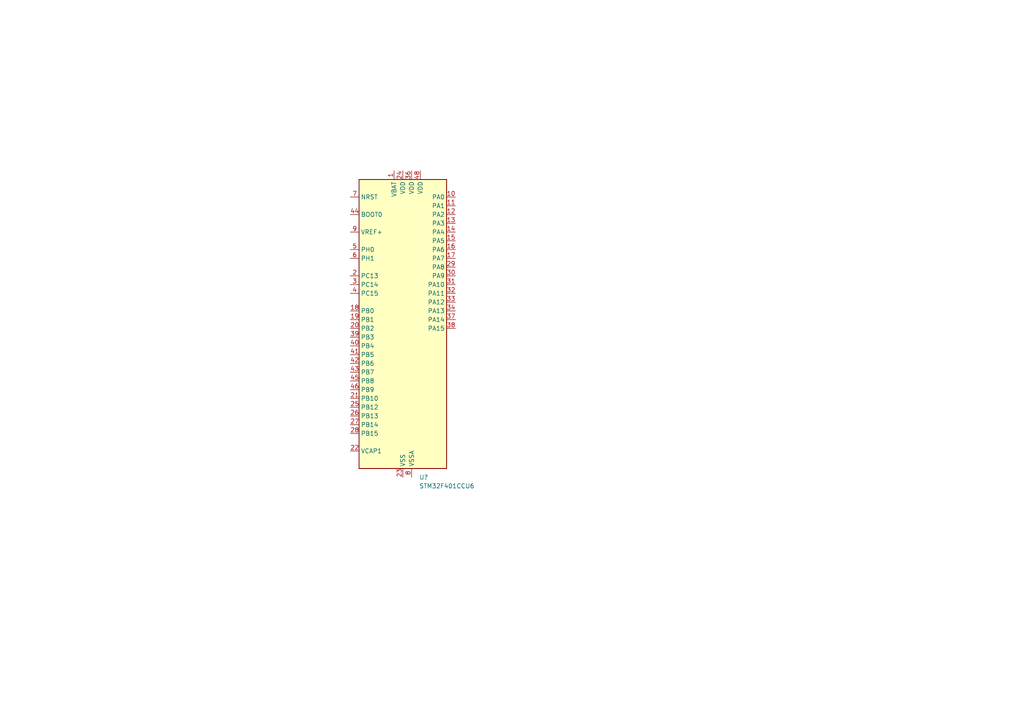
<source format=kicad_sch>
(kicad_sch (version 20231120) (generator "eeschema") (generator_version "8.0")
  (paper "A4")
  (lib_symbols
    (symbol "MCU_ST_STM32F4:STM32F401CCUx"
      (property "Reference" "U" (at -12.7 44.45 0))
      (property "Value" "STM32F401CCUx" (at 7.62 44.45 0))
      (symbol "STM32F401CCUx_0_1"
        (rectangle (start -12.7 -40.64) (end 12.7 43.18) (stroke (width 0.254)) (fill (type background)))
      )
      (symbol "STM32F401CCUx_1_1"
        (pin power_in line (at -2.54 45.72 270) (length 2.54) (name "VBAT") (number "1"))
        (pin bidirectional line (at 15.24 38.1 180) (length 2.54) (name "PA0") (number "10"))
        (pin bidirectional line (at 15.24 35.56 180) (length 2.54) (name "PA1") (number "11"))
        (pin bidirectional line (at 15.24 33.02 180) (length 2.54) (name "PA2") (number "12"))
        (pin bidirectional line (at 15.24 30.48 180) (length 2.54) (name "PA3") (number "13"))
        (pin bidirectional line (at 15.24 27.94 180) (length 2.54) (name "PA4") (number "14"))
        (pin bidirectional line (at 15.24 25.4 180) (length 2.54) (name "PA5") (number "15"))
        (pin bidirectional line (at 15.24 22.86 180) (length 2.54) (name "PA6") (number "16"))
        (pin bidirectional line (at 15.24 20.32 180) (length 2.54) (name "PA7") (number "17"))
        (pin bidirectional line (at -15.24 5.08 0) (length 2.54) (name "PB0") (number "18"))
        (pin bidirectional line (at -15.24 2.54 0) (length 2.54) (name "PB1") (number "19"))
        (pin bidirectional line (at -15.24 15.24 0) (length 2.54) (name "PC13") (number "2"))
        (pin bidirectional line (at -15.24 0 0) (length 2.54) (name "PB2") (number "20"))
        (pin bidirectional line (at -15.24 -20.32 0) (length 2.54) (name "PB10") (number "21"))
        (pin power_out line (at -15.24 -35.56 0) (length 2.54) (name "VCAP1") (number "22"))
        (pin power_in line (at 0 -43.18 90) (length 2.54) (name "VSS") (number "23"))
        (pin power_in line (at 0 45.72 270) (length 2.54) (name "VDD") (number "24"))
        (pin bidirectional line (at -15.24 -22.86 0) (length 2.54) (name "PB12") (number "25"))
        (pin bidirectional line (at -15.24 -25.4 0) (length 2.54) (name "PB13") (number "26"))
        (pin bidirectional line (at -15.24 -27.94 0) (length 2.54) (name "PB14") (number "27"))
        (pin bidirectional line (at -15.24 -30.48 0) (length 2.54) (name "PB15") (number "28"))
        (pin bidirectional line (at 15.24 17.78 180) (length 2.54) (name "PA8") (number "29"))
        (pin bidirectional line (at -15.24 12.7 0) (length 2.54) (name "PC14") (number "3"))
        (pin bidirectional line (at 15.24 15.24 180) (length 2.54) (name "PA9") (number "30"))
        (pin bidirectional line (at 15.24 12.7 180) (length 2.54) (name "PA10") (number "31"))
        (pin bidirectional line (at 15.24 10.16 180) (length 2.54) (name "PA11") (number "32"))
        (pin bidirectional line (at 15.24 7.62 180) (length 2.54) (name "PA12") (number "33"))
        (pin bidirectional line (at 15.24 5.08 180) (length 2.54) (name "PA13") (number "34"))
        (pin passive line (at 0 -43.18 90) (length 2.54) hide (name "VSS") (number "35"))
        (pin power_in line (at 2.54 45.72 270) (length 2.54) (name "VDD") (number "36"))
        (pin bidirectional line (at 15.24 2.54 180) (length 2.54) (name "PA14") (number "37"))
        (pin bidirectional line (at 15.24 0 180) (length 2.54) (name "PA15") (number "38"))
        (pin bidirectional line (at -15.24 -2.54 0) (length 2.54) (name "PB3") (number "39"))
        (pin bidirectional line (at -15.24 10.16 0) (length 2.54) (name "PC15") (number "4"))
        (pin bidirectional line (at -15.24 -5.08 0) (length 2.54) (name "PB4") (number "40"))
        (pin bidirectional line (at -15.24 -7.62 0) (length 2.54) (name "PB5") (number "41"))
        (pin bidirectional line (at -15.24 -10.16 0) (length 2.54) (name "PB6") (number "42"))
        (pin bidirectional line (at -15.24 -12.7 0) (length 2.54) (name "PB7") (number "43"))
        (pin input line (at -15.24 33.02 0) (length 2.54) (name "BOOT0") (number "44"))
        (pin bidirectional line (at -15.24 -15.24 0) (length 2.54) (name "PB8") (number "45"))
        (pin bidirectional line (at -15.24 -17.78 0) (length 2.54) (name "PB9") (number "46"))
        (pin passive line (at 0 -43.18 90) (length 2.54) hide (name "VSS") (number "47"))
        (pin power_in line (at 5.08 45.72 270) (length 2.54) (name "VDD") (number "48"))
        (pin passive line (at 0 -43.18 90) (length 2.54) hide (name "VSS") (number "49"))
        (pin bidirectional line (at -15.24 22.86 0) (length 2.54) (name "PH0") (number "5"))
        (pin bidirectional line (at -15.24 20.32 0) (length 2.54) (name "PH1") (number "6"))
        (pin input line (at -15.24 38.1 0) (length 2.54) (name "NRST") (number "7"))
        (pin power_in line (at 2.54 -43.18 90) (length 2.54) (name "VSSA") (number "8"))
        (pin input line (at -15.24 27.94 0) (length 2.54) (name "VREF+") (number "9"))
      )
    )
  )
  (symbol (lib_id "MCU_ST_STM32F4:STM32F401CCUx") (at 116.84 95.25 0) (unit 1)
    (property "Reference" "U?" (at 121.5741 138.43 0) (effects (justify left)))
    (property "Value" "STM32F401CCU6" (at 121.5741 140.97 0) (effects (justify left)))
    (property "Footprint" "Package_DFN_QFN:QFN-48-1EP_7x7mm_P0.5mm_EP5.6x5.6mm" (effects (hide yes)))
    (property "Datasheet" "https://www.st.com/resource/en/datasheet/stm32f401cc.pdf" (effects (hide yes)))
    (property "Description" "STMicroelectronics Arm Cortex-M4 MCU, 256KB flash, 64KB RAM, 84 MHz, 1.7-3.6V, 36 GPIO, UFQFPN48" (effects (hide yes)))
  )
)
</source>
